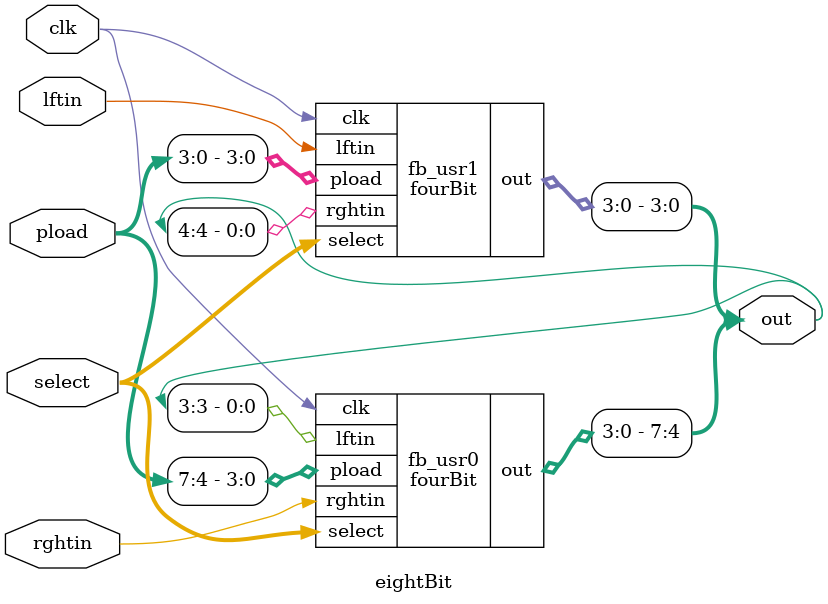
<source format=v>
module dFF(q,D,clk);
	output q;
	input D, clk;

	wire o0_0,o0_1,o0_2,o0_3;
	nand n0_0(o0_0,o0_1,o0_3);
	nand n0_1(o0_1,o0_0,clk);
	nand no_2(o0_2,o0_1,o0_3,clk);
	nand no_3(o0_3,o0_2,D);
	wire Qn;
	nand n1_0(q,o0_1,Qn);
	nand n1_1(Qn,o0_2,q);

endmodule

// a 4X1 MUX to perform operation according to user input, 00- do nothing, 01- right shift, 10- left shift, 11- write;
module mux_4to1 (out,i0,i1,i2,i3,select);

	input i0,i1,i2,i3;
	input[1:0] select;
	output out;

	wire s0_not, s1_not;
	not n0(s0_not,select[0]);
	not n1(s1_not,select[1]);
	wire a0,a1,a2,a3;
	and a0_0(a0,s1_not,s0_not,i0);
	and a0_1(a1,s1_not,select[0],i1);
	and a0_2(a2,select[1],s0_not,i2);
	and a0_3(a3,select[1],select[0],i3);
	or o0_0(out,a0,a1,a2,a3);

endmodule 

//Universal shift register for 4 bits
module fourBit(out,pload,lftin,rghtin,select,clk);


	output[3:0] out;
	input[3:0] pload;
	input lftin,rghtin;
	input[1:0] select;
	input clk;

	wire o0,o1,o2,o3;						

	dFF df3(out[3],o3,clk);
	dFF df2(out[2],o2,clk);
	dFF df1(out[1],o1,clk);
	dFF df0(out[0],o0,clk);

	mux_4to1 mx3(o3,out[3],rghtin,out[2],pload[3],select);
	mux_4to1 mx2(o2,out[2],out[3],out[1],pload[2],select);
	mux_4to1 mx1(o1,out[1],out[2],out[0],pload[1],select);
	mux_4to1 mx0(o0,out[0],out[1],lftin,pload[0],select);

endmodule

//universal shift register in 8 bits using bottom up approach
module eightBit(out,pload,lftin,rghtin,select,clk);


	output[7:0] out;
	input[7:0] pload;
	input lftin,rghtin;
	input[1:0] select;
	input clk;

	fourBit fb_usr0(out[7:4],pload[7:4],out[3],rghtin,select,clk);
	fourBit fb_usr1(out[3:0],pload[3:0],lftin,out[4],select,clk);

endmodule
</source>
